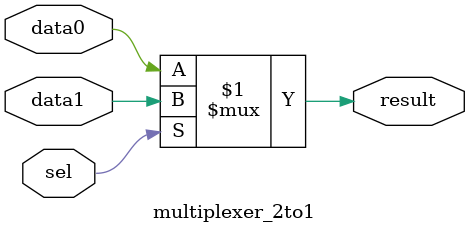
<source format=sv>
module multiplexer_2to1 (
    input logic sel,
    output logic result,
    input logic data0,
    input logic data1
);
    assign result = sel ? data1 : data0;
endmodule


</source>
